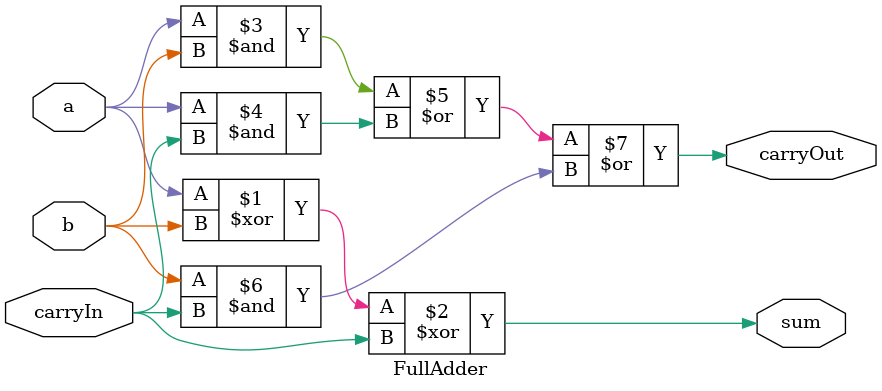
<source format=sv>
module FullAdder(a, b, carryIn, sum, carryOut);
  input logic a, b, carryIn;
  output logic sum, carryOut;

  assign sum = a ^ b ^ carryIn;
  assign carryOut = (a & b) | (a & carryIn) | (b & carryIn);

endmodule

</source>
